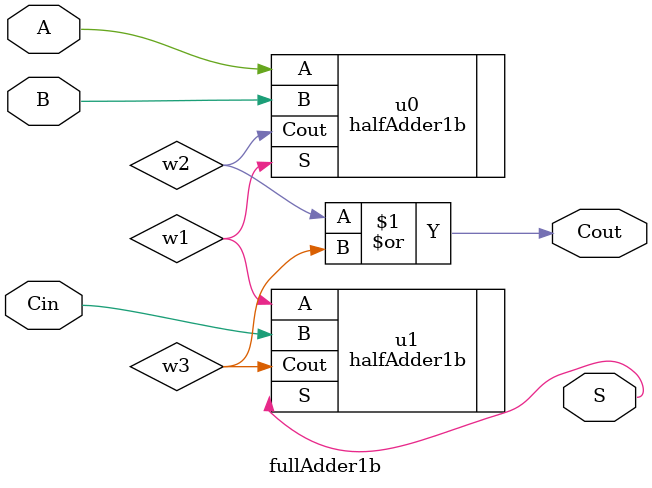
<source format=v>
module fullAdder1b(
	input A,
	input B,
	input Cin,
	output S,
	output Cout
);
	wire w1, w2, w3;
	halfAdder1b u0 (
		.A(A),
		.B(B),
		.S(w1),
		.Cout(w2)
	);
	halfAdder1b u1 (
		.A(w1),
		.B(Cin),
		.S(S),
		.Cout(w3)
	);
	or u2 (Cout, w2, w3);
endmodule

</source>
